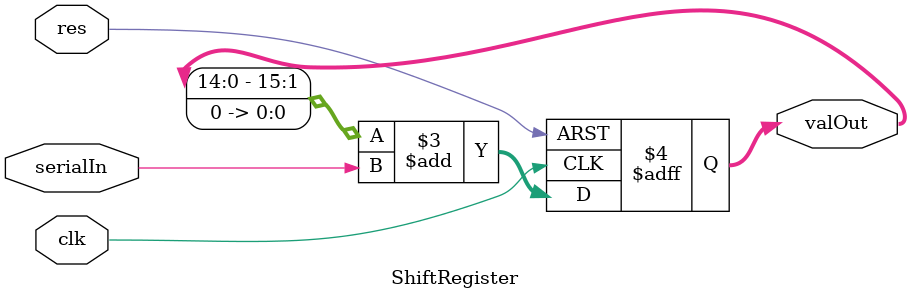
<source format=v>
`timescale 1ns / 1ps


module ShiftRegister(
    input clk,
    input res,
    input serialIn,
    output reg [15:0] valOut
  );
  
  always @ (posedge res or negedge clk) begin
    if(res) begin
      valOut[15:0] <= 16'h0000;
    end else begin
      valOut[15:0] <= (valOut[15:0] << 1) + serialIn;    
    end
  end
  
endmodule
</source>
